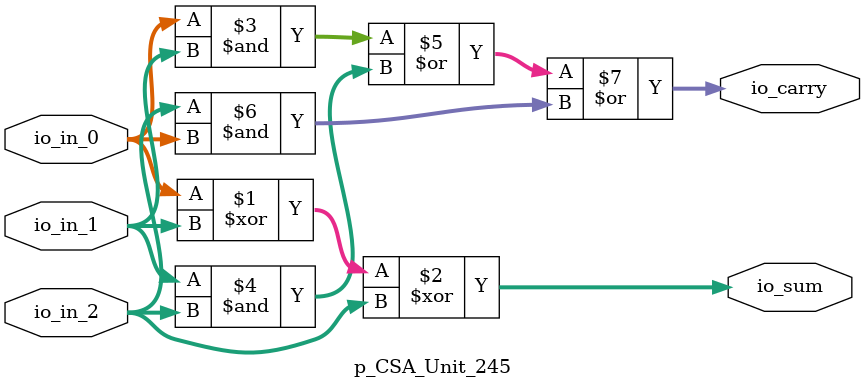
<source format=sv>
module p_CSA_Unit_245(
  input  [46:0] io_in_0,
                io_in_1,
                io_in_2,
  output [46:0] io_sum,
                io_carry
);

  assign io_sum = io_in_0 ^ io_in_1 ^ io_in_2;
  assign io_carry = io_in_0 & io_in_1 | io_in_1 & io_in_2 | io_in_2 & io_in_0;
endmodule


</source>
